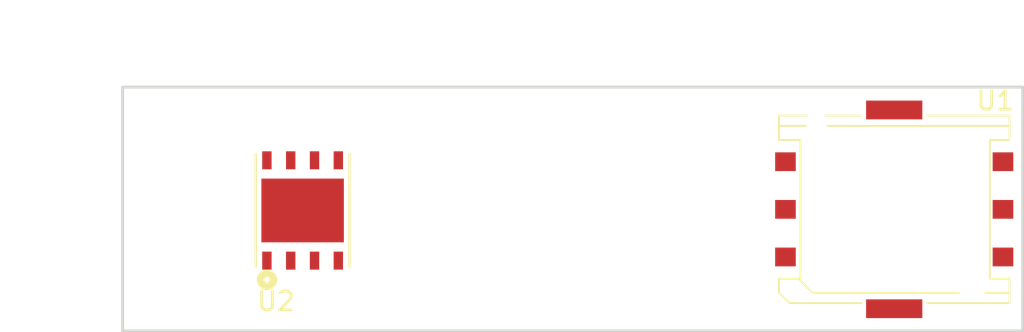
<source format=kicad_pcb>
(kicad_pcb (version 20171130) (host pcbnew "(5.1.6-87-g1447494bc)")

  (general
    (thickness 1.6)
    (drawings 43)
    (tracks 0)
    (zones 0)
    (modules 2)
    (nets 9)
  )

  (page USLetter)
  (title_block
    (title "MFF2 to 4FFNano Adapter")
    (date 2020-11-20)
    (rev v1.0)
    (company "Brett Walach")
  )

  (layers
    (0 F.Cu signal)
    (31 B.Cu signal)
    (33 F.Adhes user hide)
    (34 B.Paste user hide)
    (35 F.Paste user hide)
    (36 B.SilkS user)
    (37 F.SilkS user)
    (38 B.Mask user)
    (39 F.Mask user)
    (40 Dwgs.User user)
    (41 Cmts.User user hide)
    (42 Eco1.User user hide)
    (43 Eco2.User user hide)
    (44 Edge.Cuts user)
    (45 Margin user hide)
    (46 B.CrtYd user hide)
    (47 F.CrtYd user hide)
    (49 F.Fab user)
  )

  (setup
    (last_trace_width 0.4)
    (user_trace_width 0.254)
    (user_trace_width 0.4)
    (user_trace_width 0.6096)
    (trace_clearance 0.254)
    (zone_clearance 0.254)
    (zone_45_only no)
    (trace_min 0.1524)
    (via_size 0.762)
    (via_drill 0.508)
    (via_min_size 0.6096)
    (via_min_drill 0.3302)
    (user_via 0.6096 0.3302)
    (user_via 1 0.6)
    (uvia_size 0.6858)
    (uvia_drill 0.3302)
    (uvias_allowed no)
    (uvia_min_size 0)
    (uvia_min_drill 0)
    (edge_width 0.15)
    (segment_width 0.2)
    (pcb_text_width 0.3)
    (pcb_text_size 1.5 1.5)
    (mod_edge_width 0.15)
    (mod_text_size 1 1)
    (mod_text_width 0.15)
    (pad_size 1.7 1.7)
    (pad_drill 1)
    (pad_to_mask_clearance 0.1)
    (aux_axis_origin 0 0)
    (grid_origin 117.7 136.8)
    (visible_elements FFFFEF7F)
    (pcbplotparams
      (layerselection 0x010fc_ffffffff)
      (usegerberextensions true)
      (usegerberattributes false)
      (usegerberadvancedattributes false)
      (creategerberjobfile false)
      (excludeedgelayer true)
      (linewidth 0.100000)
      (plotframeref false)
      (viasonmask false)
      (mode 1)
      (useauxorigin false)
      (hpglpennumber 1)
      (hpglpenspeed 20)
      (hpglpendiameter 15.000000)
      (psnegative false)
      (psa4output false)
      (plotreference true)
      (plotvalue true)
      (plotinvisibletext false)
      (padsonsilk false)
      (subtractmaskfromsilk false)
      (outputformat 1)
      (mirror false)
      (drillshape 0)
      (scaleselection 1)
      (outputdirectory "../gerbers"))
  )

  (net 0 "")
  (net 1 "Net-(U2-Pad4)")
  (net 2 "Net-(U2-Pad5)")
  (net 3 VPP)
  (net 4 MISO)
  (net 5 GND)
  (net 6 RST)
  (net 7 CLK)
  (net 8 +5V)

  (net_class Default "This is the default net class."
    (clearance 0.254)
    (trace_width 0.254)
    (via_dia 0.762)
    (via_drill 0.508)
    (uvia_dia 0.6858)
    (uvia_drill 0.3302)
    (add_net +5V)
    (add_net CLK)
    (add_net GND)
    (add_net MISO)
    (add_net "Net-(U2-Pad4)")
    (add_net "Net-(U2-Pad5)")
    (add_net RST)
    (add_net VPP)
  )

  (net_class Large ""
    (clearance 0.254)
    (trace_width 0.61)
    (via_dia 1)
    (via_drill 0.6)
    (uvia_dia 0.6858)
    (uvia_drill 0.3302)
  )

  (module mff2-to-4ffnano:MFF2 (layer F.Cu) (tedit 0) (tstamp 5FCABB6C)
    (at 127.3 130.38 90)
    (path /5FCAEC80)
    (fp_text reference U2 (at -5.43 -2.52) (layer F.SilkS)
      (effects (font (size 1 1) (thickness 0.15)) (justify left bottom))
    )
    (fp_text value ESIMSON8 (at 5.79 -1.23) (layer F.Fab) hide
      (effects (font (size 1.2065 1.2065) (thickness 0.09652)) (justify left bottom))
    )
    (fp_line (start -3 -2.5) (end 3 -2.5) (layer F.SilkS) (width 0.127))
    (fp_line (start 3 2.5) (end -3 2.5) (layer F.SilkS) (width 0.127))
    (fp_circle (center -3.7 -1.9) (end -3.558582 -1.9) (layer F.SilkS) (width 0.4064))
    (fp_line (start -3 -1.9) (end -2.4 -2.5) (layer F.Fab) (width 0.127))
    (fp_line (start 3 2.5) (end -3 2.5) (layer F.Fab) (width 0.127))
    (fp_line (start 3 -2.5) (end 3 2.5) (layer F.Fab) (width 0.127))
    (fp_line (start -2.4 -2.5) (end 3 -2.5) (layer F.Fab) (width 0.127))
    (fp_line (start -3 -2.5) (end -2.4 -2.5) (layer F.Fab) (width 0.127))
    (fp_line (start -3 -1.9) (end -3 -2.5) (layer F.Fab) (width 0.127))
    (fp_line (start -3 2.5) (end -3 -1.9) (layer F.Fab) (width 0.127))
    (pad 1 smd rect (at -2.675 -1.905 90) (size 0.96 0.5) (layers F.Cu F.Paste F.Mask)
      (net 5 GND) (solder_mask_margin 0.1016))
    (pad 2 smd rect (at -2.675 -0.635 90) (size 0.96 0.5) (layers F.Cu F.Paste F.Mask)
      (net 3 VPP) (solder_mask_margin 0.1016))
    (pad 3 smd rect (at -2.675 0.635 90) (size 0.96 0.5) (layers F.Cu F.Paste F.Mask)
      (net 4 MISO) (solder_mask_margin 0.1016))
    (pad 4 smd rect (at -2.675 1.905 90) (size 0.96 0.5) (layers F.Cu F.Paste F.Mask)
      (net 1 "Net-(U2-Pad4)") (solder_mask_margin 0.1016))
    (pad 8 smd rect (at 2.675 -1.905 90) (size 0.96 0.5) (layers F.Cu F.Paste F.Mask)
      (net 8 +5V) (solder_mask_margin 0.1016))
    (pad 7 smd rect (at 2.675 -0.635 90) (size 0.96 0.5) (layers F.Cu F.Paste F.Mask)
      (net 6 RST) (solder_mask_margin 0.1016))
    (pad 6 smd rect (at 2.675 0.635 90) (size 0.96 0.5) (layers F.Cu F.Paste F.Mask)
      (net 7 CLK) (solder_mask_margin 0.1016))
    (pad 5 smd rect (at 2.675 1.905 90) (size 0.96 0.5) (layers F.Cu F.Paste F.Mask)
      (net 2 "Net-(U2-Pad5)") (solder_mask_margin 0.1016))
    (pad P$1 smd rect (at 0 0 90) (size 3.4 4.4) (layers F.Cu F.Paste F.Mask)
      (solder_mask_margin 0.1016))
  )

  (module mff2-to-4ffnano:GCT-SIM8100 (layer F.Cu) (tedit 0) (tstamp 5FCAAD58)
    (at 158.85 130.32 90)
    (path /5FCAD170)
    (fp_text reference U1 (at 5.21 4.29) (layer F.SilkS)
      (effects (font (size 1 1) (thickness 0.15)) (justify left bottom))
    )
    (fp_text value SIM-NANO-4FF (at -3.45 1.6 -90) (layer B.Fab)
      (effects (font (size 1.2065 1.2065) (thickness 0.09652)) (justify left bottom mirror))
    )
    (fp_arc (start -2.55 -5.780799) (end -2.9 -5.9) (angle 142.385248) (layer F.Fab) (width 0.1))
    (fp_arc (start 0 -5.779999) (end -0.35 -5.9) (angle 142.150711) (layer F.Fab) (width 0.1))
    (fp_arc (start 2.55 -5.7802) (end 2.2 -5.9) (angle 142.209315) (layer F.Fab) (width 0.1))
    (fp_arc (start -2.55 5.779999) (end -2.9 5.9) (angle -142.150711) (layer F.Fab) (width 0.1))
    (fp_arc (start 2.55 5.779999) (end 2.2 5.9) (angle -142.150711) (layer F.Fab) (width 0.1))
    (fp_arc (start 0 5.785) (end -0.35 5.9) (angle -143.621909) (layer F.Fab) (width 0.1))
    (fp_line (start -4.45 3.45) (end -4.45 -4.35) (layer F.SilkS) (width 0.1))
    (fp_line (start -4.45 6.15) (end -4.45 4.85) (layer F.SilkS) (width 0.1))
    (fp_line (start 5 -3.65) (end 5 -1.75) (layer F.SilkS) (width 0.1))
    (fp_line (start 5 -6.15) (end 5 -4.65) (layer F.SilkS) (width 0.1))
    (fp_line (start 4.45 -3.55) (end 4.45 6.15) (layer F.SilkS) (width 0.1))
    (fp_line (start 4.45 -6.15) (end 4.45 -4.7) (layer F.SilkS) (width 0.1))
    (fp_line (start -3.7 -5.1) (end -4.45 -4.35) (layer F.SilkS) (width 0.1))
    (fp_line (start -5 6.15) (end -5 1.75) (layer F.SilkS) (width 0.1))
    (fp_line (start -4.45 6.15) (end -5 6.15) (layer F.SilkS) (width 0.1))
    (fp_line (start -3.7 6.15) (end -4.45 6.15) (layer F.SilkS) (width 0.1))
    (fp_line (start -3.7 5.1) (end -3.7 6.15) (layer F.SilkS) (width 0.1))
    (fp_line (start 3.7 5.1) (end -3.7 5.1) (layer F.SilkS) (width 0.1))
    (fp_line (start 3.7 6.15) (end 3.7 5.1) (layer F.SilkS) (width 0.1))
    (fp_line (start 4.45 6.15) (end 3.7 6.15) (layer F.SilkS) (width 0.1))
    (fp_line (start 5 6.15) (end 4.45 6.15) (layer F.SilkS) (width 0.1))
    (fp_line (start 5 1.75) (end 5 6.15) (layer F.SilkS) (width 0.1))
    (fp_line (start 4.45 -6.15) (end 5 -6.15) (layer F.SilkS) (width 0.1))
    (fp_line (start 3.7 -6.15) (end 4.45 -6.15) (layer F.SilkS) (width 0.1))
    (fp_line (start 3.7 -5) (end 3.7 -6.15) (layer F.SilkS) (width 0.1))
    (fp_line (start -3.7 -5) (end 3.7 -5) (layer F.SilkS) (width 0.1))
    (fp_line (start -3.7 -5.1) (end -3.7 -5) (layer F.SilkS) (width 0.1))
    (fp_line (start -3.7 -6.15) (end -3.7 -5.1) (layer F.SilkS) (width 0.1))
    (fp_line (start -5 -5.6) (end -5 -1.75) (layer F.SilkS) (width 0.1))
    (fp_line (start -4.45 -6.15) (end -5 -5.6) (layer F.SilkS) (width 0.1))
    (fp_line (start -3.7 -6.15) (end -4.45 -6.15) (layer F.SilkS) (width 0.1))
    (fp_line (start 0.85 5.2) (end 0.85 5.1) (layer F.Fab) (width 0.1))
    (fp_line (start -0.85 5.2) (end -0.85 5.1) (layer F.Fab) (width 0.1))
    (fp_line (start 0.35 5.2) (end 0.85 5.2) (layer F.Fab) (width 0.1))
    (fp_line (start 0.35 5.9) (end 0.35 5.2) (layer F.Fab) (width 0.1))
    (fp_line (start -0.35 5.2) (end -0.85 5.2) (layer F.Fab) (width 0.1))
    (fp_line (start -0.35 5.9) (end -0.35 5.2) (layer F.Fab) (width 0.1))
    (fp_line (start -1.7 5.2) (end -1.7 5.1) (layer F.Fab) (width 0.1))
    (fp_line (start 1.7 5.2) (end 1.7 5.1) (layer F.Fab) (width 0.1))
    (fp_line (start 3.4 5.2) (end 3.4 5.1) (layer F.Fab) (width 0.1))
    (fp_line (start 2.9 5.2) (end 3.4 5.2) (layer F.Fab) (width 0.1))
    (fp_line (start 2.9 5.9) (end 2.9 5.2) (layer F.Fab) (width 0.1))
    (fp_line (start 2.2 5.2) (end 1.7 5.2) (layer F.Fab) (width 0.1))
    (fp_line (start 2.2 5.9) (end 2.2 5.2) (layer F.Fab) (width 0.1))
    (fp_line (start -2.2 5.2) (end -1.7 5.2) (layer F.Fab) (width 0.1))
    (fp_line (start -2.2 5.9) (end -2.2 5.2) (layer F.Fab) (width 0.1))
    (fp_line (start -3.4 5.2) (end -3.4 5.1) (layer F.Fab) (width 0.1))
    (fp_line (start -2.9 5.2) (end -3.4 5.2) (layer F.Fab) (width 0.1))
    (fp_line (start -2.9 5.9) (end -2.9 5.2) (layer F.Fab) (width 0.1))
    (fp_line (start 3.4 -5.1) (end 3.4 -5) (layer F.Fab) (width 0.1))
    (fp_line (start 2.9 -5.1) (end 3.4 -5.1) (layer F.Fab) (width 0.1))
    (fp_line (start 2.9 -5.9) (end 2.9 -5.1) (layer F.Fab) (width 0.1))
    (fp_line (start 1.7 -5.1) (end 1.7 -5) (layer F.Fab) (width 0.1))
    (fp_line (start 2.2 -5.1) (end 1.7 -5.1) (layer F.Fab) (width 0.1))
    (fp_line (start 2.2 -5.9) (end 2.2 -5.1) (layer F.Fab) (width 0.1))
    (fp_line (start 0.85 -5.1) (end 0.85 -5) (layer F.Fab) (width 0.1))
    (fp_line (start 0.35 -5.1) (end 0.85 -5.1) (layer F.Fab) (width 0.1))
    (fp_line (start 0.35 -5.9) (end 0.35 -5.1) (layer F.Fab) (width 0.1))
    (fp_line (start -0.85 -5.1) (end -0.85 -5) (layer F.Fab) (width 0.1))
    (fp_line (start -0.35 -5.1) (end -0.85 -5.1) (layer F.Fab) (width 0.1))
    (fp_line (start -0.35 -5.9) (end -0.35 -5.1) (layer F.Fab) (width 0.1))
    (fp_line (start -1.7 -5.1) (end -1.7 -5) (layer F.Fab) (width 0.1))
    (fp_line (start -2.2 -5.1) (end -1.7 -5.1) (layer F.Fab) (width 0.1))
    (fp_line (start -3.4 -5.1) (end -3.4 -5) (layer F.Fab) (width 0.1))
    (fp_line (start -2.9 -5.1) (end -3.4 -5.1) (layer F.Fab) (width 0.1))
    (fp_line (start -2.9 -5.9) (end -2.9 -5.1) (layer F.Fab) (width 0.1))
    (fp_line (start -2.2 -5.9) (end -2.2 -5.1) (layer F.Fab) (width 0.1))
    (fp_line (start -4.45 -6.15) (end -5 -5.6) (layer F.Fab) (width 0.1))
    (fp_line (start -3.7 -5.1) (end -4.45 -4.35) (layer F.Fab) (width 0.1))
    (fp_line (start -4.45 -4.35) (end -4.45 6.15) (layer F.Fab) (width 0.1))
    (fp_line (start 4.45 -6.15) (end 4.45 6.15) (layer F.Fab) (width 0.1))
    (fp_line (start -3.7 -6.15) (end -4.45 -6.15) (layer F.Fab) (width 0.1))
    (fp_line (start -3.7 -5.1) (end -3.7 -6.15) (layer F.Fab) (width 0.1))
    (fp_line (start -3.7 -5) (end -3.7 -5.1) (layer F.Fab) (width 0.1))
    (fp_line (start -3.4 -5) (end -3.7 -5) (layer F.Fab) (width 0.1))
    (fp_line (start -1.7 -5) (end -3.4 -5) (layer F.Fab) (width 0.1))
    (fp_line (start -0.85 -5) (end -1.7 -5) (layer F.Fab) (width 0.1))
    (fp_line (start 0.85 -5) (end -0.85 -5) (layer F.Fab) (width 0.1))
    (fp_line (start 1.7 -5) (end 0.85 -5) (layer F.Fab) (width 0.1))
    (fp_line (start 3.4 -5) (end 1.7 -5) (layer F.Fab) (width 0.1))
    (fp_line (start 3.7 -5) (end 3.4 -5) (layer F.Fab) (width 0.1))
    (fp_line (start 3.7 -6.15) (end 3.7 -5) (layer F.Fab) (width 0.1))
    (fp_line (start 4.45 -6.15) (end 3.7 -6.15) (layer F.Fab) (width 0.1))
    (fp_line (start 5 -6.15) (end 4.45 -6.15) (layer F.Fab) (width 0.1))
    (fp_line (start 5 6.15) (end 5 -6.15) (layer F.Fab) (width 0.1))
    (fp_line (start 4.45 6.15) (end 5 6.15) (layer F.Fab) (width 0.1))
    (fp_line (start 3.7 6.15) (end 4.45 6.15) (layer F.Fab) (width 0.1))
    (fp_line (start 3.7 5.1) (end 3.7 6.15) (layer F.Fab) (width 0.1))
    (fp_line (start 3.4 5.1) (end 3.7 5.1) (layer F.Fab) (width 0.1))
    (fp_line (start 1.7 5.1) (end 3.4 5.1) (layer F.Fab) (width 0.1))
    (fp_line (start 0.85 5.1) (end 1.7 5.1) (layer F.Fab) (width 0.1))
    (fp_line (start -0.85 5.1) (end 0.85 5.1) (layer F.Fab) (width 0.1))
    (fp_line (start -1.7 5.1) (end -0.85 5.1) (layer F.Fab) (width 0.1))
    (fp_line (start -3.4 5.1) (end -1.7 5.1) (layer F.Fab) (width 0.1))
    (fp_line (start -3.7 5.1) (end -3.4 5.1) (layer F.Fab) (width 0.1))
    (fp_line (start -3.7 6.15) (end -3.7 5.1) (layer F.Fab) (width 0.1))
    (fp_line (start -4.45 6.15) (end -3.7 6.15) (layer F.Fab) (width 0.1))
    (fp_line (start -5 6.15) (end -4.45 6.15) (layer F.Fab) (width 0.1))
    (fp_line (start -5 -5.6) (end -5 6.15) (layer F.Fab) (width 0.1))
    (pad C6 smd rect (at 0 -5.8 90) (size 1 1.1) (layers F.Cu F.Paste F.Mask)
      (net 3 VPP) (solder_mask_margin 0.1016))
    (pad C7 smd rect (at -2.54 -5.8 90) (size 1 1.1) (layers F.Cu F.Paste F.Mask)
      (net 4 MISO) (solder_mask_margin 0.1016))
    (pad C5 smd rect (at 2.54 -5.8 90) (size 1 1.1) (layers F.Cu F.Paste F.Mask)
      (net 5 GND) (solder_mask_margin 0.1016))
    (pad C2 smd rect (at 0 5.8 90) (size 1 1.1) (layers F.Cu F.Paste F.Mask)
      (net 6 RST) (solder_mask_margin 0.1016))
    (pad C3 smd rect (at -2.54 5.8 90) (size 1 1.1) (layers F.Cu F.Paste F.Mask)
      (net 7 CLK) (solder_mask_margin 0.1016))
    (pad C1 smd rect (at 2.54 5.8 90) (size 1 1.1) (layers F.Cu F.Paste F.Mask)
      (net 8 +5V) (solder_mask_margin 0.1016))
    (pad NC@1 smd rect (at -5.3 0 90) (size 1 3) (layers F.Cu F.Paste F.Mask)
      (solder_mask_margin 0.1016))
    (pad NC@2 smd rect (at 5.3 0 90) (size 1 3) (layers F.Cu F.Paste F.Mask)
      (solder_mask_margin 0.1016))
    (pad "" np_thru_hole circle (at 4.65 -4.15 90) (size 0.7 0.7) (drill 0.7) (layers *.Cu *.Mask))
    (pad "" np_thru_hole circle (at -4.35 4.15 90) (size 0.9 0.9) (drill 0.9) (layers *.Cu *.Mask))
  )

  (dimension 13 (width 0.15) (layer Dwgs.User)
    (gr_text "13.000 mm" (at 114.82686 130.3 90) (layer Dwgs.User)
      (effects (font (size 1 1) (thickness 0.15)))
    )
    (feature1 (pts (xy 117.7 123.8) (xy 115.540439 123.8)))
    (feature2 (pts (xy 117.7 136.8) (xy 115.540439 136.8)))
    (crossbar (pts (xy 116.12686 136.8) (xy 116.12686 123.8)))
    (arrow1a (pts (xy 116.12686 123.8) (xy 116.713281 124.926504)))
    (arrow1b (pts (xy 116.12686 123.8) (xy 115.540439 124.926504)))
    (arrow2a (pts (xy 116.12686 136.8) (xy 116.713281 135.673496)))
    (arrow2b (pts (xy 116.12686 136.8) (xy 115.540439 135.673496)))
  )
  (dimension 48 (width 0.15) (layer Dwgs.User)
    (gr_text "48.000 mm" (at 141.7 119.854033) (layer Dwgs.User)
      (effects (font (size 1 1) (thickness 0.15)))
    )
    (feature1 (pts (xy 117.7 123.8) (xy 117.7 120.567612)))
    (feature2 (pts (xy 165.7 123.8) (xy 165.7 120.567612)))
    (crossbar (pts (xy 165.7 121.154033) (xy 117.7 121.154033)))
    (arrow1a (pts (xy 117.7 121.154033) (xy 118.826504 120.567612)))
    (arrow1b (pts (xy 117.7 121.154033) (xy 118.826504 121.740454)))
    (arrow2a (pts (xy 165.7 121.154033) (xy 164.573496 120.567612)))
    (arrow2b (pts (xy 165.7 121.154033) (xy 164.573496 121.740454)))
  )
  (gr_text "TODO: convert this footprint \nto castellated through-hole" (at 135.82 125.51) (layer Dwgs.User)
    (effects (font (size 1 1) (thickness 0.15)))
  )
  (gr_line (start 119.25 133.1) (end 119.25 128.7) (layer Dwgs.User) (width 0.01) (tstamp 5FCAB8BB))
  (gr_line (start 123.55 133.1) (end 119.25 133.1) (layer Dwgs.User) (width 0.01) (tstamp 5FCAB8BA))
  (gr_line (start 123.55 128.7) (end 123.55 133.1) (layer Dwgs.User) (width 0.01) (tstamp 5FCAB8B9))
  (gr_line (start 119.25 128.7) (end 123.55 128.7) (layer Dwgs.User) (width 0.01) (tstamp 5FCAB8B8))
  (gr_line (start 123.06 134.05) (end 123.06 133.1) (layer Dwgs.User) (width 0.01) (tstamp 5FCAB87C))
  (gr_line (start 123.55 133.1) (end 123.55 134.05) (layer Dwgs.User) (width 0.01) (tstamp 5FCAB87B))
  (gr_line (start 123.55 134.05) (end 123.06 134.05) (layer Dwgs.User) (width 0.01) (tstamp 5FCAB87A))
  (gr_line (start 123.06 133.1) (end 123.55 133.1) (layer Dwgs.User) (width 0.01) (tstamp 5FCAB879))
  (gr_line (start 121.79 134.05) (end 121.79 133.1) (layer Dwgs.User) (width 0.01) (tstamp 5FCAB87C))
  (gr_line (start 122.28 133.1) (end 122.28 134.05) (layer Dwgs.User) (width 0.01) (tstamp 5FCAB87B))
  (gr_line (start 122.28 134.05) (end 121.79 134.05) (layer Dwgs.User) (width 0.01) (tstamp 5FCAB87A))
  (gr_line (start 121.79 133.1) (end 122.28 133.1) (layer Dwgs.User) (width 0.01) (tstamp 5FCAB879))
  (gr_line (start 120.52 134.05) (end 120.52 133.1) (layer Dwgs.User) (width 0.01) (tstamp 5FCAB87C))
  (gr_line (start 121.01 133.1) (end 121.01 134.05) (layer Dwgs.User) (width 0.01) (tstamp 5FCAB87B))
  (gr_line (start 121.01 134.05) (end 120.52 134.05) (layer Dwgs.User) (width 0.01) (tstamp 5FCAB87A))
  (gr_line (start 120.52 133.1) (end 121.01 133.1) (layer Dwgs.User) (width 0.01) (tstamp 5FCAB879))
  (gr_line (start 119.25 134.05) (end 119.25 133.1) (layer Dwgs.User) (width 0.01) (tstamp 5FCAB87C))
  (gr_line (start 119.74 133.1) (end 119.74 134.05) (layer Dwgs.User) (width 0.01) (tstamp 5FCAB87B))
  (gr_line (start 119.74 134.05) (end 119.25 134.05) (layer Dwgs.User) (width 0.01) (tstamp 5FCAB87A))
  (gr_line (start 119.25 133.1) (end 119.74 133.1) (layer Dwgs.User) (width 0.01) (tstamp 5FCAB879))
  (gr_line (start 123.06 128.7) (end 123.06 127.75) (layer Dwgs.User) (width 0.01) (tstamp 5FCAB87C))
  (gr_line (start 123.55 127.75) (end 123.55 128.7) (layer Dwgs.User) (width 0.01) (tstamp 5FCAB87B))
  (gr_line (start 123.55 128.7) (end 123.06 128.7) (layer Dwgs.User) (width 0.01) (tstamp 5FCAB87A))
  (gr_line (start 123.06 127.75) (end 123.55 127.75) (layer Dwgs.User) (width 0.01) (tstamp 5FCAB879))
  (gr_line (start 121.79 128.7) (end 121.79 127.75) (layer Dwgs.User) (width 0.01) (tstamp 5FCAB87C))
  (gr_line (start 122.28 127.75) (end 122.28 128.7) (layer Dwgs.User) (width 0.01) (tstamp 5FCAB87B))
  (gr_line (start 122.28 128.7) (end 121.79 128.7) (layer Dwgs.User) (width 0.01) (tstamp 5FCAB87A))
  (gr_line (start 121.79 127.75) (end 122.28 127.75) (layer Dwgs.User) (width 0.01) (tstamp 5FCAB879))
  (gr_line (start 120.52 128.7) (end 120.52 127.75) (layer Dwgs.User) (width 0.01) (tstamp 5FCAB87C))
  (gr_line (start 121.01 127.75) (end 121.01 128.7) (layer Dwgs.User) (width 0.01) (tstamp 5FCAB87B))
  (gr_line (start 121.01 128.7) (end 120.52 128.7) (layer Dwgs.User) (width 0.01) (tstamp 5FCAB87A))
  (gr_line (start 120.52 127.75) (end 121.01 127.75) (layer Dwgs.User) (width 0.01) (tstamp 5FCAB879))
  (gr_line (start 119.25 128.7) (end 119.25 127.75) (layer Dwgs.User) (width 0.01) (tstamp 5FCAB819))
  (gr_line (start 119.74 128.7) (end 119.25 128.7) (layer Dwgs.User) (width 0.01))
  (gr_line (start 119.74 127.75) (end 119.74 128.7) (layer Dwgs.User) (width 0.01))
  (gr_line (start 119.25 127.75) (end 119.74 127.75) (layer Dwgs.User) (width 0.01))
  (gr_line (start 117.7 136.8) (end 165.7 136.8) (angle 90) (layer Edge.Cuts) (width 0.15) (tstamp 5DE58491))
  (gr_line (start 165.7 136.8) (end 165.7 123.8) (angle 90) (layer Edge.Cuts) (width 0.15) (tstamp 5EE7CC9D))
  (gr_line (start 165.7 123.8) (end 117.7 123.8) (angle 90) (layer Edge.Cuts) (width 0.15) (tstamp 5DE58497))
  (gr_line (start 117.7 123.8) (end 117.7 136.8) (angle 90) (layer Edge.Cuts) (width 0.15) (tstamp 5DE59E28))

)

</source>
